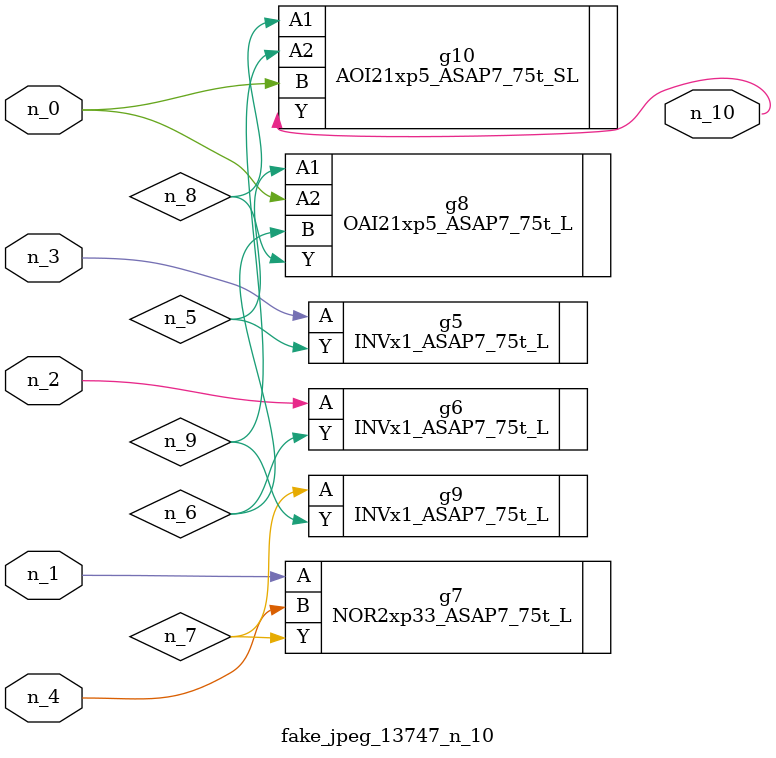
<source format=v>
module fake_jpeg_13747_n_10 (n_3, n_2, n_1, n_0, n_4, n_10);

input n_3;
input n_2;
input n_1;
input n_0;
input n_4;

output n_10;

wire n_8;
wire n_9;
wire n_6;
wire n_5;
wire n_7;

INVx1_ASAP7_75t_L g5 ( 
.A(n_3),
.Y(n_5)
);

INVx1_ASAP7_75t_L g6 ( 
.A(n_2),
.Y(n_6)
);

NOR2xp33_ASAP7_75t_L g7 ( 
.A(n_1),
.B(n_4),
.Y(n_7)
);

OAI21xp5_ASAP7_75t_L g8 ( 
.A1(n_5),
.A2(n_0),
.B(n_6),
.Y(n_8)
);

AOI21xp5_ASAP7_75t_SL g10 ( 
.A1(n_8),
.A2(n_9),
.B(n_0),
.Y(n_10)
);

INVx1_ASAP7_75t_L g9 ( 
.A(n_7),
.Y(n_9)
);


endmodule
</source>
